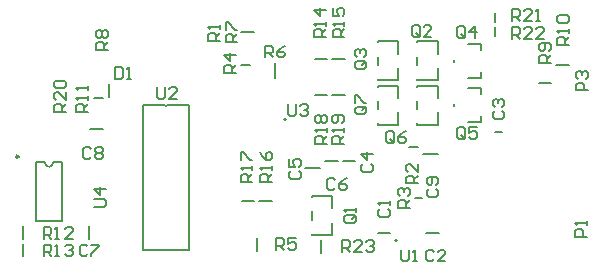
<source format=gto>
G04 Layer_Color=65535*
%FSLAX25Y25*%
%MOIN*%
G70*
G01*
G75*
%ADD32C,0.01000*%
%ADD40C,0.00600*%
%ADD41C,0.00787*%
%ADD42C,0.00984*%
%ADD43C,0.00800*%
%ADD44C,0.00500*%
D32*
X96051Y48753D02*
X96364D01*
D40*
X133734Y8100D02*
G03*
X133734Y8100I-300J0D01*
G01*
X108495Y4105D02*
Y8305D01*
X166310Y81100D02*
Y84100D01*
Y76499D02*
Y79499D01*
X37757Y56000D02*
Y60200D01*
X32700Y55769D02*
X35700D01*
X82100Y21300D02*
X86300D01*
X112201Y68569D02*
X116401D01*
X112201Y56768D02*
X116401D01*
X106400D02*
X110600D01*
X106400Y68569D02*
X110600D01*
X87901Y21300D02*
X92101D01*
X31500Y45504D02*
X35700D01*
X31200Y8640D02*
Y12840D01*
X127333Y10757D02*
X131533D01*
X115697Y34571D02*
X119897D01*
X109896Y34571D02*
X114096D01*
X166517Y44200D02*
X168683D01*
X143481Y10757D02*
X147681D01*
X87100Y4800D02*
Y9000D01*
X180981Y60598D02*
X185180D01*
X186782Y66600D02*
X190981D01*
X9119Y8640D02*
Y12840D01*
X139943Y22341D02*
X142109D01*
X137699Y39269D02*
X140699D01*
X81828Y66531D02*
X84828D01*
X9119Y2839D02*
Y7039D01*
X81828Y77662D02*
X86028D01*
D41*
X16356Y34220D02*
G03*
X19244Y34220I1444J0D01*
G01*
X56227Y53482D02*
G03*
X57507Y53482I640J0D01*
G01*
X105503Y10000D02*
Y10400D01*
Y15100D02*
Y17900D01*
Y22600D02*
Y23000D01*
X112203Y18900D02*
Y23000D01*
Y10000D02*
Y14100D01*
X105503Y10000D02*
X112203D01*
X105503Y23000D02*
X112203D01*
X127400Y46790D02*
Y47190D01*
Y51890D02*
Y54690D01*
Y59390D02*
Y59790D01*
X134100Y55690D02*
Y59790D01*
Y46790D02*
Y50890D01*
X127400Y46790D02*
X134100D01*
X127400Y59790D02*
X134100D01*
X127400Y74578D02*
X134100D01*
X127400Y61578D02*
X134100D01*
Y65678D01*
Y70478D02*
Y74578D01*
X127400Y74178D02*
Y74578D01*
Y66678D02*
Y69478D01*
Y61578D02*
Y61978D01*
X140618Y59790D02*
X147318D01*
X140618Y46790D02*
X147318D01*
Y50890D01*
Y55690D02*
Y59790D01*
X140618Y59390D02*
Y59790D01*
Y51890D02*
Y54690D01*
Y46790D02*
Y47190D01*
Y74578D02*
X147318D01*
X140618Y61578D02*
X147318D01*
Y65678D01*
Y70478D02*
Y74578D01*
X140618Y74178D02*
Y74578D01*
Y66678D02*
Y69478D01*
Y61578D02*
Y61978D01*
X13469Y34220D02*
X16356D01*
X19244D02*
X22131D01*
X13469Y14535D02*
X22131D01*
X13469D02*
Y34220D01*
X22131Y14535D02*
Y34220D01*
X49131Y4860D02*
Y53482D01*
Y4860D02*
X64603D01*
Y53482D01*
X57507D02*
X64603D01*
X49131D02*
X56227D01*
X119444Y16524D02*
X116820D01*
X116164Y15868D01*
Y14556D01*
X116820Y13900D01*
X119444D01*
X120100Y14556D01*
Y15868D01*
X118788Y15212D02*
X120100Y16524D01*
Y15868D02*
X119444Y16524D01*
X120100Y17836D02*
Y19148D01*
Y18492D01*
X116164D01*
X116820Y17836D01*
X115495Y4400D02*
Y8336D01*
X117463D01*
X118119Y7680D01*
Y6368D01*
X117463Y5712D01*
X115495D01*
X116807D02*
X118119Y4400D01*
X122054D02*
X119430D01*
X122054Y7024D01*
Y7680D01*
X121398Y8336D01*
X120086D01*
X119430Y7680D01*
X123366D02*
X124022Y8336D01*
X125334D01*
X125990Y7680D01*
Y7024D01*
X125334Y6368D01*
X124678D01*
X125334D01*
X125990Y5712D01*
Y5056D01*
X125334Y4400D01*
X124022D01*
X123366Y5056D01*
X122944Y52824D02*
X120320D01*
X119664Y52168D01*
Y50856D01*
X120320Y50200D01*
X122944D01*
X123600Y50856D01*
Y52168D01*
X122288Y51512D02*
X123600Y52824D01*
Y52168D02*
X122944Y52824D01*
X119664Y54136D02*
Y56760D01*
X120320D01*
X122944Y54136D01*
X123600D01*
X172210Y81400D02*
Y85336D01*
X174178D01*
X174834Y84680D01*
Y83368D01*
X174178Y82712D01*
X172210D01*
X173522D02*
X174834Y81400D01*
X178769D02*
X176145D01*
X178769Y84024D01*
Y84680D01*
X178113Y85336D01*
X176801D01*
X176145Y84680D01*
X180081Y81400D02*
X181393D01*
X180737D01*
Y85336D01*
X180081Y84680D01*
X172210Y75400D02*
Y79336D01*
X174178D01*
X174834Y78680D01*
Y77368D01*
X174178Y76712D01*
X172210D01*
X173522D02*
X174834Y75400D01*
X178769D02*
X176145D01*
X178769Y78024D01*
Y78680D01*
X178113Y79336D01*
X176801D01*
X176145Y78680D01*
X182705Y75400D02*
X180081D01*
X182705Y78024D01*
Y78680D01*
X182049Y79336D01*
X180737D01*
X180081Y78680D01*
X144320Y25324D02*
X143664Y24668D01*
Y23356D01*
X144320Y22700D01*
X146944D01*
X147600Y23356D01*
Y24668D01*
X146944Y25324D01*
Y26636D02*
X147600Y27292D01*
Y28604D01*
X146944Y29260D01*
X144320D01*
X143664Y28604D01*
Y27292D01*
X144320Y26636D01*
X144976D01*
X145632Y27292D01*
Y29260D01*
X30800Y51000D02*
X26864D01*
Y52968D01*
X27520Y53624D01*
X28832D01*
X29488Y52968D01*
Y51000D01*
Y52312D02*
X30800Y53624D01*
Y54936D02*
Y56248D01*
Y55592D01*
X26864D01*
X27520Y54936D01*
X30800Y58215D02*
Y59527D01*
Y58872D01*
X26864D01*
X27520Y58215D01*
X39800Y66036D02*
Y62100D01*
X41768D01*
X42424Y62756D01*
Y65380D01*
X41768Y66036D01*
X39800D01*
X43736Y62100D02*
X45048D01*
X44392D01*
Y66036D01*
X43736Y65380D01*
X85600Y27700D02*
X81664D01*
Y29668D01*
X82320Y30324D01*
X83632D01*
X84288Y29668D01*
Y27700D01*
Y29012D02*
X85600Y30324D01*
Y31636D02*
Y32948D01*
Y32292D01*
X81664D01*
X82320Y31636D01*
X81664Y34916D02*
Y37539D01*
X82320D01*
X84944Y34916D01*
X85600D01*
X116300Y75900D02*
X112364D01*
Y77868D01*
X113020Y78524D01*
X114332D01*
X114988Y77868D01*
Y75900D01*
Y77212D02*
X116300Y78524D01*
Y79836D02*
Y81148D01*
Y80492D01*
X112364D01*
X113020Y79836D01*
X112364Y85739D02*
Y83116D01*
X114332D01*
X113676Y84427D01*
Y85083D01*
X114332Y85739D01*
X115644D01*
X116300Y85083D01*
Y83772D01*
X115644Y83116D01*
X116200Y40278D02*
X112264D01*
Y42246D01*
X112920Y42902D01*
X114232D01*
X114888Y42246D01*
Y40278D01*
Y41590D02*
X116200Y42902D01*
Y44214D02*
Y45526D01*
Y44870D01*
X112264D01*
X112920Y44214D01*
X115544Y47493D02*
X116200Y48149D01*
Y49461D01*
X115544Y50117D01*
X112920D01*
X112264Y49461D01*
Y48149D01*
X112920Y47493D01*
X113576D01*
X114232Y48149D01*
Y50117D01*
X110350Y40278D02*
X106414D01*
Y42246D01*
X107070Y42902D01*
X108382D01*
X109038Y42246D01*
Y40278D01*
Y41590D02*
X110350Y42902D01*
Y44214D02*
Y45526D01*
Y44870D01*
X106414D01*
X107070Y44214D01*
Y47493D02*
X106414Y48149D01*
Y49461D01*
X107070Y50117D01*
X107726D01*
X108382Y49461D01*
X109038Y50117D01*
X109694D01*
X110350Y49461D01*
Y48149D01*
X109694Y47493D01*
X109038D01*
X108382Y48149D01*
X107726Y47493D01*
X107070D01*
X108382Y48149D02*
Y49461D01*
X110200Y75900D02*
X106264D01*
Y77868D01*
X106920Y78524D01*
X108232D01*
X108888Y77868D01*
Y75900D01*
Y77212D02*
X110200Y78524D01*
Y79836D02*
Y81148D01*
Y80492D01*
X106264D01*
X106920Y79836D01*
X110200Y85083D02*
X106264D01*
X108232Y83116D01*
Y85739D01*
X92000Y27700D02*
X88064D01*
Y29668D01*
X88720Y30324D01*
X90032D01*
X90688Y29668D01*
Y27700D01*
Y29012D02*
X92000Y30324D01*
Y31636D02*
Y32948D01*
Y32292D01*
X88064D01*
X88720Y31636D01*
X88064Y37539D02*
X88720Y36227D01*
X90032Y34916D01*
X91344D01*
X92000Y35572D01*
Y36883D01*
X91344Y37539D01*
X90688D01*
X90032Y36883D01*
Y34916D01*
X156424Y42656D02*
Y45280D01*
X155768Y45936D01*
X154456D01*
X153800Y45280D01*
Y42656D01*
X154456Y42000D01*
X155768D01*
X155112Y43312D02*
X156424Y42000D01*
X155768D02*
X156424Y42656D01*
X160360Y45936D02*
X157736D01*
Y43968D01*
X159048Y44624D01*
X159704D01*
X160360Y43968D01*
Y42656D01*
X159704Y42000D01*
X158392D01*
X157736Y42656D01*
X156424Y76356D02*
Y78980D01*
X155768Y79636D01*
X154456D01*
X153800Y78980D01*
Y76356D01*
X154456Y75700D01*
X155768D01*
X155112Y77012D02*
X156424Y75700D01*
X155768D02*
X156424Y76356D01*
X159704Y75700D02*
Y79636D01*
X157736Y77668D01*
X160360D01*
X122944Y67924D02*
X120320D01*
X119664Y67268D01*
Y65956D01*
X120320Y65300D01*
X122944D01*
X123600Y65956D01*
Y67268D01*
X122288Y66612D02*
X123600Y67924D01*
Y67268D02*
X122944Y67924D01*
X120320Y69236D02*
X119664Y69892D01*
Y71204D01*
X120320Y71860D01*
X120976D01*
X121632Y71204D01*
Y70548D01*
Y71204D01*
X122288Y71860D01*
X122944D01*
X123600Y71204D01*
Y69892D01*
X122944Y69236D01*
X132824Y41356D02*
Y43980D01*
X132168Y44636D01*
X130856D01*
X130200Y43980D01*
Y41356D01*
X130856Y40700D01*
X132168D01*
X131512Y42012D02*
X132824Y40700D01*
X132168D02*
X132824Y41356D01*
X136760Y44636D02*
X135448Y43980D01*
X134136Y42668D01*
Y41356D01*
X134792Y40700D01*
X136104D01*
X136760Y41356D01*
Y42012D01*
X136104Y42668D01*
X134136D01*
X141324Y76756D02*
Y79380D01*
X140668Y80036D01*
X139356D01*
X138700Y79380D01*
Y76756D01*
X139356Y76100D01*
X140668D01*
X140012Y77412D02*
X141324Y76100D01*
X140668D02*
X141324Y76756D01*
X145260Y76100D02*
X142636D01*
X145260Y78724D01*
Y79380D01*
X144604Y80036D01*
X143292D01*
X142636Y79380D01*
X135100Y5136D02*
Y1856D01*
X135756Y1200D01*
X137068D01*
X137724Y1856D01*
Y5136D01*
X139036Y1200D02*
X140348D01*
X139692D01*
Y5136D01*
X139036Y4480D01*
X37509Y71800D02*
X33573D01*
Y73768D01*
X34229Y74424D01*
X35541D01*
X36197Y73768D01*
Y71800D01*
Y73112D02*
X37509Y74424D01*
X34229Y75736D02*
X33573Y76392D01*
Y77704D01*
X34229Y78360D01*
X34885D01*
X35541Y77704D01*
X36197Y78360D01*
X36853D01*
X37509Y77704D01*
Y76392D01*
X36853Y75736D01*
X36197D01*
X35541Y76392D01*
X34885Y75736D01*
X34229D01*
X35541Y76392D02*
Y77704D01*
X74900Y74800D02*
X70964D01*
Y76768D01*
X71620Y77424D01*
X72932D01*
X73588Y76768D01*
Y74800D01*
Y76112D02*
X74900Y77424D01*
Y78736D02*
Y80048D01*
Y79392D01*
X70964D01*
X71620Y78736D01*
X53900Y59236D02*
Y55956D01*
X54556Y55300D01*
X55868D01*
X56524Y55956D01*
Y59236D01*
X60460Y55300D02*
X57836D01*
X60460Y57924D01*
Y58580D01*
X59804Y59236D01*
X58492D01*
X57836Y58580D01*
X97600Y53636D02*
Y50356D01*
X98256Y49700D01*
X99568D01*
X100224Y50356D01*
Y53636D01*
X101536Y52980D02*
X102192Y53636D01*
X103504D01*
X104160Y52980D01*
Y52324D01*
X103504Y51668D01*
X102848D01*
X103504D01*
X104160Y51012D01*
Y50356D01*
X103504Y49700D01*
X102192D01*
X101536Y50356D01*
X32764Y19500D02*
X36044D01*
X36700Y20156D01*
Y21468D01*
X36044Y22124D01*
X32764D01*
X36700Y25404D02*
X32764D01*
X34732Y23436D01*
Y26060D01*
X89900Y69200D02*
Y73136D01*
X91868D01*
X92524Y72480D01*
Y71168D01*
X91868Y70512D01*
X89900D01*
X91212D02*
X92524Y69200D01*
X96460Y73136D02*
X95148Y72480D01*
X93836Y71168D01*
Y69856D01*
X94492Y69200D01*
X95804D01*
X96460Y69856D01*
Y70512D01*
X95804Y71168D01*
X93836D01*
X140800Y27200D02*
X136864D01*
Y29168D01*
X137520Y29824D01*
X138832D01*
X139488Y29168D01*
Y27200D01*
Y28512D02*
X140800Y29824D01*
Y33760D02*
Y31136D01*
X138176Y33760D01*
X137520D01*
X136864Y33104D01*
Y31792D01*
X137520Y31136D01*
X80065Y63972D02*
X76129D01*
Y65939D01*
X76785Y66596D01*
X78097D01*
X78753Y65939D01*
Y63972D01*
Y65284D02*
X80065Y66596D01*
Y69875D02*
X76129D01*
X78097Y67907D01*
Y70531D01*
X138100Y19100D02*
X134164D01*
Y21068D01*
X134820Y21724D01*
X136132D01*
X136788Y21068D01*
Y19100D01*
Y20412D02*
X138100Y21724D01*
X134820Y23036D02*
X134164Y23692D01*
Y25004D01*
X134820Y25660D01*
X135476D01*
X136132Y25004D01*
Y24348D01*
Y25004D01*
X136788Y25660D01*
X137444D01*
X138100Y25004D01*
Y23692D01*
X137444Y23036D01*
X93600Y5000D02*
Y8936D01*
X95568D01*
X96224Y8280D01*
Y6968D01*
X95568Y6312D01*
X93600D01*
X94912D02*
X96224Y5000D01*
X100160Y8936D02*
X97536D01*
Y6968D01*
X98848Y7624D01*
X99504D01*
X100160Y6968D01*
Y5656D01*
X99504Y5000D01*
X98192D01*
X97536Y5656D01*
X185200Y67500D02*
X181264D01*
Y69468D01*
X181920Y70124D01*
X183232D01*
X183888Y69468D01*
Y67500D01*
Y68812D02*
X185200Y70124D01*
X184544Y71436D02*
X185200Y72092D01*
Y73404D01*
X184544Y74060D01*
X181920D01*
X181264Y73404D01*
Y72092D01*
X181920Y71436D01*
X182576D01*
X183232Y72092D01*
Y74060D01*
X191100Y73500D02*
X187164D01*
Y75468D01*
X187820Y76124D01*
X189132D01*
X189788Y75468D01*
Y73500D01*
Y74812D02*
X191100Y76124D01*
Y77436D02*
Y78748D01*
Y78092D01*
X187164D01*
X187820Y77436D01*
Y80716D02*
X187164Y81371D01*
Y82683D01*
X187820Y83339D01*
X190444D01*
X191100Y82683D01*
Y81371D01*
X190444Y80716D01*
X187820D01*
X16000Y8800D02*
Y12736D01*
X17968D01*
X18624Y12080D01*
Y10768D01*
X17968Y10112D01*
X16000D01*
X17312D02*
X18624Y8800D01*
X19936D02*
X21248D01*
X20592D01*
Y12736D01*
X19936Y12080D01*
X25839Y8800D02*
X23215D01*
X25839Y11424D01*
Y12080D01*
X25183Y12736D01*
X23871D01*
X23215Y12080D01*
X23500Y51000D02*
X19564D01*
Y52968D01*
X20220Y53624D01*
X21532D01*
X22188Y52968D01*
Y51000D01*
Y52312D02*
X23500Y53624D01*
Y57560D02*
Y54936D01*
X20876Y57560D01*
X20220D01*
X19564Y56904D01*
Y55592D01*
X20220Y54936D01*
Y58872D02*
X19564Y59527D01*
Y60839D01*
X20220Y61495D01*
X22844D01*
X23500Y60839D01*
Y59527D01*
X22844Y58872D01*
X20220D01*
X128120Y18681D02*
X127464Y18025D01*
Y16713D01*
X128120Y16058D01*
X130744D01*
X131400Y16713D01*
Y18025D01*
X130744Y18681D01*
X131400Y19993D02*
Y21305D01*
Y20649D01*
X127464D01*
X128120Y19993D01*
X166320Y51424D02*
X165664Y50768D01*
Y49456D01*
X166320Y48800D01*
X168944D01*
X169600Y49456D01*
Y50768D01*
X168944Y51424D01*
X166320Y52736D02*
X165664Y53392D01*
Y54704D01*
X166320Y55360D01*
X166976D01*
X167632Y54704D01*
Y54048D01*
Y54704D01*
X168288Y55360D01*
X168944D01*
X169600Y54704D01*
Y53392D01*
X168944Y52736D01*
X146024Y4480D02*
X145368Y5136D01*
X144056D01*
X143400Y4480D01*
Y1856D01*
X144056Y1200D01*
X145368D01*
X146024Y1856D01*
X149960Y1200D02*
X147336D01*
X149960Y3824D01*
Y4480D01*
X149304Y5136D01*
X147992D01*
X147336Y4480D01*
X31924Y38680D02*
X31268Y39336D01*
X29956D01*
X29300Y38680D01*
Y36056D01*
X29956Y35400D01*
X31268D01*
X31924Y36056D01*
X33236Y38680D02*
X33892Y39336D01*
X35204D01*
X35860Y38680D01*
Y38024D01*
X35204Y37368D01*
X35860Y36712D01*
Y36056D01*
X35204Y35400D01*
X33892D01*
X33236Y36056D01*
Y36712D01*
X33892Y37368D01*
X33236Y38024D01*
Y38680D01*
X33892Y37368D02*
X35204D01*
X30624Y6180D02*
X29968Y6836D01*
X28656D01*
X28000Y6180D01*
Y3556D01*
X28656Y2900D01*
X29968D01*
X30624Y3556D01*
X31936Y6836D02*
X34560D01*
Y6180D01*
X31936Y3556D01*
Y2900D01*
X113124Y28280D02*
X112468Y28936D01*
X111156D01*
X110500Y28280D01*
Y25656D01*
X111156Y25000D01*
X112468D01*
X113124Y25656D01*
X117060Y28936D02*
X115748Y28280D01*
X114436Y26968D01*
Y25656D01*
X115092Y25000D01*
X116404D01*
X117060Y25656D01*
Y26312D01*
X116404Y26968D01*
X114436D01*
X98420Y31324D02*
X97764Y30668D01*
Y29356D01*
X98420Y28700D01*
X101044D01*
X101700Y29356D01*
Y30668D01*
X101044Y31324D01*
X97764Y35260D02*
Y32636D01*
X99732D01*
X99076Y33948D01*
Y34604D01*
X99732Y35260D01*
X101044D01*
X101700Y34604D01*
Y33292D01*
X101044Y32636D01*
X122420Y33724D02*
X121764Y33068D01*
Y31756D01*
X122420Y31100D01*
X125044D01*
X125700Y31756D01*
Y33068D01*
X125044Y33724D01*
X125700Y37004D02*
X121764D01*
X123732Y35036D01*
Y37660D01*
X197400Y58200D02*
X193464D01*
Y60168D01*
X194120Y60824D01*
X195432D01*
X196088Y60168D01*
Y58200D01*
X194120Y62136D02*
X193464Y62792D01*
Y64104D01*
X194120Y64760D01*
X194776D01*
X195432Y64104D01*
Y63448D01*
Y64104D01*
X196088Y64760D01*
X196744D01*
X197400Y64104D01*
Y62792D01*
X196744Y62136D01*
X197200Y9300D02*
X193264D01*
Y11268D01*
X193920Y11924D01*
X195232D01*
X195888Y11268D01*
Y9300D01*
X197200Y13236D02*
Y14548D01*
Y13892D01*
X193264D01*
X193920Y13236D01*
X80600Y74400D02*
X76664D01*
Y76368D01*
X77320Y77024D01*
X78632D01*
X79288Y76368D01*
Y74400D01*
Y75712D02*
X80600Y77024D01*
X76664Y78336D02*
Y80960D01*
X77320D01*
X79944Y78336D01*
X80600D01*
X16000Y2900D02*
Y6836D01*
X17968D01*
X18624Y6180D01*
Y4868D01*
X17968Y4212D01*
X16000D01*
X17312D02*
X18624Y2900D01*
X19936D02*
X21248D01*
X20592D01*
Y6836D01*
X19936Y6180D01*
X23215D02*
X23871Y6836D01*
X25183D01*
X25839Y6180D01*
Y5524D01*
X25183Y4868D01*
X24527D01*
X25183D01*
X25839Y4212D01*
Y3556D01*
X25183Y2900D01*
X23871D01*
X23215Y3556D01*
D42*
X7650Y36077D02*
G03*
X7650Y36077I-450J0D01*
G01*
D43*
X142400Y37100D02*
X147400D01*
X103195Y32205D02*
X108195D01*
X93029Y62200D02*
Y67200D01*
D44*
X157328Y47540D02*
X161828D01*
X157328Y59040D02*
X161828D01*
Y47540D02*
Y49540D01*
X152828Y53040D02*
Y53540D01*
X161828Y57040D02*
Y59040D01*
X157328Y62328D02*
X161828D01*
X157328Y73828D02*
X161828D01*
Y62328D02*
Y64328D01*
X152828Y67828D02*
Y68328D01*
X161828Y71828D02*
Y73828D01*
M02*

</source>
